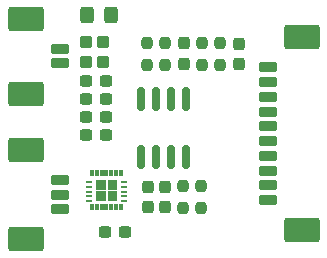
<source format=gbr>
%TF.GenerationSoftware,KiCad,Pcbnew,8.0.1*%
%TF.CreationDate,2024-05-05T22:16:20+02:00*%
%TF.ProjectId,pro_micro,70726f5f-6d69-4637-926f-2e6b69636164,rev?*%
%TF.SameCoordinates,Original*%
%TF.FileFunction,Paste,Top*%
%TF.FilePolarity,Positive*%
%FSLAX46Y46*%
G04 Gerber Fmt 4.6, Leading zero omitted, Abs format (unit mm)*
G04 Created by KiCad (PCBNEW 8.0.1) date 2024-05-05 22:16:20*
%MOMM*%
%LPD*%
G01*
G04 APERTURE LIST*
G04 Aperture macros list*
%AMRoundRect*
0 Rectangle with rounded corners*
0 $1 Rounding radius*
0 $2 $3 $4 $5 $6 $7 $8 $9 X,Y pos of 4 corners*
0 Add a 4 corners polygon primitive as box body*
4,1,4,$2,$3,$4,$5,$6,$7,$8,$9,$2,$3,0*
0 Add four circle primitives for the rounded corners*
1,1,$1+$1,$2,$3*
1,1,$1+$1,$4,$5*
1,1,$1+$1,$6,$7*
1,1,$1+$1,$8,$9*
0 Add four rect primitives between the rounded corners*
20,1,$1+$1,$2,$3,$4,$5,0*
20,1,$1+$1,$4,$5,$6,$7,0*
20,1,$1+$1,$6,$7,$8,$9,0*
20,1,$1+$1,$8,$9,$2,$3,0*%
G04 Aperture macros list end*
%ADD10C,0.010000*%
%ADD11RoundRect,0.237500X0.300000X0.237500X-0.300000X0.237500X-0.300000X-0.237500X0.300000X-0.237500X0*%
%ADD12RoundRect,0.250000X-0.325000X-0.450000X0.325000X-0.450000X0.325000X0.450000X-0.325000X0.450000X0*%
%ADD13RoundRect,0.237500X-0.237500X0.250000X-0.237500X-0.250000X0.237500X-0.250000X0.237500X0.250000X0*%
%ADD14RoundRect,0.150000X0.150000X-0.825000X0.150000X0.825000X-0.150000X0.825000X-0.150000X-0.825000X0*%
%ADD15RoundRect,0.250000X0.287500X0.275000X-0.287500X0.275000X-0.287500X-0.275000X0.287500X-0.275000X0*%
%ADD16RoundRect,0.237500X-0.237500X0.287500X-0.237500X-0.287500X0.237500X-0.287500X0.237500X0.287500X0*%
%ADD17RoundRect,0.237500X0.237500X-0.250000X0.237500X0.250000X-0.237500X0.250000X-0.237500X-0.250000X0*%
%ADD18RoundRect,0.237500X0.237500X-0.300000X0.237500X0.300000X-0.237500X0.300000X-0.237500X-0.300000X0*%
%ADD19RoundRect,0.008000X-0.092000X0.227000X-0.092000X-0.227000X0.092000X-0.227000X0.092000X0.227000X0*%
%ADD20RoundRect,0.018000X-0.217000X0.082000X-0.217000X-0.082000X0.217000X-0.082000X0.217000X0.082000X0*%
%ADD21RoundRect,0.237500X0.237500X-0.287500X0.237500X0.287500X-0.237500X0.287500X-0.237500X-0.287500X0*%
%ADD22RoundRect,0.200000X-0.600000X0.200000X-0.600000X-0.200000X0.600000X-0.200000X0.600000X0.200000X0*%
%ADD23RoundRect,0.250001X-1.249999X0.799999X-1.249999X-0.799999X1.249999X-0.799999X1.249999X0.799999X0*%
%ADD24RoundRect,0.237500X-0.300000X-0.237500X0.300000X-0.237500X0.300000X0.237500X-0.300000X0.237500X0*%
%ADD25RoundRect,0.200000X0.600000X-0.200000X0.600000X0.200000X-0.600000X0.200000X-0.600000X-0.200000X0*%
%ADD26RoundRect,0.250001X1.249999X-0.799999X1.249999X0.799999X-1.249999X0.799999X-1.249999X-0.799999X0*%
G04 APERTURE END LIST*
D10*
%TO.C,U1*%
X-4895000Y-5170000D02*
X-5645000Y-5170000D01*
X-5645000Y-4420000D01*
X-4895000Y-4420000D01*
X-4895000Y-5170000D01*
G36*
X-4895000Y-5170000D02*
G01*
X-5645000Y-5170000D01*
X-5645000Y-4420000D01*
X-4895000Y-4420000D01*
X-4895000Y-5170000D01*
G37*
X-4895000Y-6110000D02*
X-5645000Y-6110000D01*
X-5645000Y-5360000D01*
X-4895000Y-5360000D01*
X-4895000Y-6110000D01*
G36*
X-4895000Y-6110000D02*
G01*
X-5645000Y-6110000D01*
X-5645000Y-5360000D01*
X-4895000Y-5360000D01*
X-4895000Y-6110000D01*
G37*
X-3955000Y-5170000D02*
X-4705000Y-5170000D01*
X-4705000Y-4420000D01*
X-3955000Y-4420000D01*
X-3955000Y-5170000D01*
G36*
X-3955000Y-5170000D02*
G01*
X-4705000Y-5170000D01*
X-4705000Y-4420000D01*
X-3955000Y-4420000D01*
X-3955000Y-5170000D01*
G37*
X-3955000Y-6110000D02*
X-4705000Y-6110000D01*
X-4705000Y-5360000D01*
X-3955000Y-5360000D01*
X-3955000Y-6110000D01*
G36*
X-3955000Y-6110000D02*
G01*
X-4705000Y-6110000D01*
X-4705000Y-5360000D01*
X-3955000Y-5360000D01*
X-3955000Y-6110000D01*
G37*
%TD*%
D11*
%TO.C,C3*%
X-4812500Y2466667D03*
X-6537500Y2466667D03*
%TD*%
D12*
%TO.C,F1*%
X-6425000Y9550000D03*
X-4375000Y9550000D03*
%TD*%
D13*
%TO.C,R3*%
X3318000Y7162500D03*
X3318000Y5337500D03*
%TD*%
D14*
%TO.C,U2*%
X-1905000Y-2475000D03*
X-635000Y-2475000D03*
X635000Y-2475000D03*
X1905000Y-2475000D03*
X1905000Y2475000D03*
X635000Y2475000D03*
X-635000Y2475000D03*
X-1905000Y2475000D03*
%TD*%
D15*
%TO.C,C1*%
X-5100000Y7300000D03*
X-6525000Y7300000D03*
%TD*%
D16*
%TO.C,D1*%
X6422000Y7125000D03*
X6422000Y5375000D03*
%TD*%
D17*
%TO.C,R2*%
X3200000Y-6762500D03*
X3200000Y-4937500D03*
%TD*%
D18*
%TO.C,C2*%
X-1300000Y-6712500D03*
X-1300000Y-4987500D03*
%TD*%
D17*
%TO.C,R5*%
X174000Y5337500D03*
X174000Y7162500D03*
%TD*%
D11*
%TO.C,C6*%
X-4812500Y933334D03*
X-6537500Y933334D03*
%TD*%
D17*
%TO.C,R6*%
X-1358000Y5337500D03*
X-1358000Y7162500D03*
%TD*%
D19*
%TO.C,U1*%
X-3600000Y-3800000D03*
X-4000000Y-3800000D03*
X-4400000Y-3800000D03*
X-4800000Y-3800000D03*
X-5200000Y-3800000D03*
X-5600000Y-3800000D03*
X-6000000Y-3800000D03*
D20*
X-6265000Y-4595000D03*
X-6265000Y-4995000D03*
X-6265000Y-5395000D03*
X-6265000Y-5795000D03*
X-6265000Y-6195000D03*
D19*
X-6000000Y-6730000D03*
X-5600000Y-6730000D03*
X-5200000Y-6730000D03*
X-4800000Y-6730000D03*
X-4400000Y-6730000D03*
X-4000000Y-6730000D03*
X-3600000Y-6730000D03*
D20*
X-3335000Y-6195000D03*
X-3335000Y-5795000D03*
X-3335000Y-5395000D03*
X-3335000Y-4995000D03*
X-3335000Y-4595000D03*
%TD*%
D15*
%TO.C,C7*%
X-5100000Y5600000D03*
X-6525000Y5600000D03*
%TD*%
D21*
%TO.C,D2*%
X1746000Y5420000D03*
X1746000Y7170000D03*
%TD*%
D18*
%TO.C,C9*%
X200000Y-6712500D03*
X200000Y-4987500D03*
%TD*%
D17*
%TO.C,R4*%
X1700000Y-6762500D03*
X1700000Y-4937500D03*
%TD*%
D11*
%TO.C,C4*%
X-4812500Y4000000D03*
X-6537500Y4000000D03*
%TD*%
D22*
%TO.C,J1*%
X-8750000Y6700000D03*
X-8750000Y5450000D03*
D23*
X-11650000Y9250000D03*
X-11650000Y2900000D03*
%TD*%
D22*
%TO.C,J3*%
X-8750000Y-4400000D03*
X-8750000Y-5650000D03*
X-8750000Y-6900000D03*
D23*
X-11650000Y-1850000D03*
X-11650000Y-9450000D03*
%TD*%
D17*
%TO.C,R1*%
X4850000Y5337500D03*
X4850000Y7162500D03*
%TD*%
D24*
%TO.C,C5*%
X-6537500Y-600000D03*
X-4812500Y-600000D03*
%TD*%
D25*
%TO.C,J2*%
X8850000Y-6125000D03*
X8850000Y-4875000D03*
X8850000Y-3625000D03*
X8850000Y-2375000D03*
X8850000Y-1125000D03*
X8850000Y125000D03*
X8850000Y1375000D03*
X8850000Y2625000D03*
X8850000Y3875000D03*
X8850000Y5125000D03*
D26*
X11750000Y-8675000D03*
X11750000Y7675000D03*
%TD*%
D24*
%TO.C,C8*%
X-4962500Y-8800000D03*
X-3237500Y-8800000D03*
%TD*%
M02*

</source>
